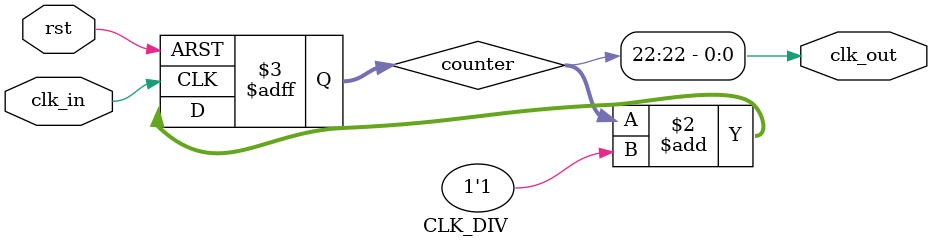
<source format=v>
`timescale 1ns / 1ps

module CLK_DIV(
input clk_in,
input rst,
output clk_out
    );
   reg [22:0]counter;

        always @ (posedge clk_in or posedge rst)begin
            if(rst)begin 
                counter<=0;
            end
            else begin
                counter<=counter+1'b1;
            end
        end
        assign clk_out=counter[22];
//assign clk_out=clk_in;

endmodule

</source>
